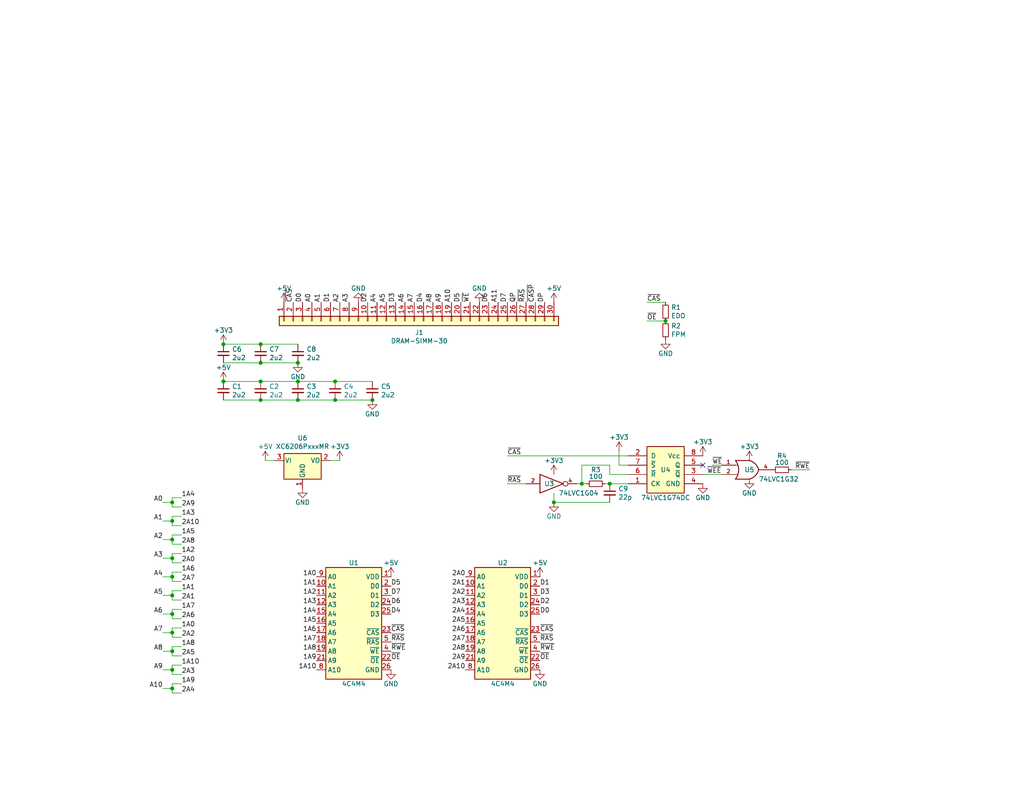
<source format=kicad_sch>
(kicad_sch (version 20211123) (generator eeschema)
  (paper "USLetter")
  (title_block (title "GW4194A") (date "2023-01-20") (rev "1.1") (company "Garrett's Workshop"))
  (lib_symbols
    (symbol "74xGxx:74AHCT1G04" (pin_names (offset 1.016))
      (property "Reference" "U" (at -2.54 3.81 0))
      (property "Value" "74AHCT1G04" (at 0 -3.81 0))
      (symbol "74AHCT1G04_0_1"
        (polyline (pts (xy -3.81 2.54) (xy -3.81 -2.54) (xy 2.54 0) (xy -3.81 2.54)) (stroke (width 0.254)))
      )
      (symbol "74AHCT1G04_1_1"
        (pin input line (at -7.62 0 0) (length 3.81) (name "~") (number "2"))
        (pin power_in line (at 0 -2.54 270) (length 0) hide (name "GND") (number "3"))
        (pin output inverted (at 6.35 0 180) (length 3.81) (name "~") (number "4"))
        (pin power_in line (at 0 2.54 90) (length 0) hide (name "VCC") (number "5"))
      )
    )
    (symbol "74xGxx:74AHCT1G32" (pin_names (offset 1.016))
      (property "Reference" "U" (at -2.54 3.81 0))
      (property "Value" "74AHCT1G32" (at 0 -3.81 0))
      (symbol "74AHCT1G32_0_1"
        (arc (start -3.81 -2.54) (mid -2.919 0) (end -3.81 2.54) (stroke (width 0.254)))
        (arc (start 0 -2.54) (mid 1.5993 -1.6027) (end 2.54 0) (stroke (width 0.254)))
        (polyline (pts (xy -3.81 -1.27) (xy -3.175 -1.27)))
        (polyline (pts (xy -3.81 1.27) (xy -3.175 1.27)))
        (polyline (pts (xy 0 -2.54) (xy -3.81 -2.54)) (stroke (width 0.254)) (fill (type background)))
        (polyline (pts (xy 0 2.54) (xy -3.81 2.54)) (stroke (width 0.254)) (fill (type background)))
        (arc (start 2.54 0) (mid 1.6119 1.6152) (end 0 2.54) (stroke (width 0.254)))
      )
      (symbol "74AHCT1G32_1_1"
        (pin input line (at -7.62 1.27 0) (length 3.81) (name "~") (number "1"))
        (pin input line (at -7.62 -1.27 0) (length 3.81) (name "~") (number "2"))
        (pin power_in line (at 0 -2.54 270) (length 0) hide (name "GND") (number "3"))
        (pin output line (at 6.35 0 180) (length 3.81) (name "~") (number "4"))
        (pin power_in line (at 0 2.54 90) (length 0) hide (name "VCC") (number "5"))
      )
    )
    (symbol "Connector_Generic:Conn_01x30" (pin_names (offset 1.016) hide)
      (property "Reference" "J" (at 0 38.1 0))
      (property "Value" "Conn_01x30" (at 0 -40.64 0))
      (symbol "Conn_01x30_1_1"
        (rectangle (start -1.27 -37.973) (end 0 -38.227) (stroke (width 0.1524)))
        (rectangle (start -1.27 -35.433) (end 0 -35.687) (stroke (width 0.1524)))
        (rectangle (start -1.27 -32.893) (end 0 -33.147) (stroke (width 0.1524)))
        (rectangle (start -1.27 -30.353) (end 0 -30.607) (stroke (width 0.1524)))
        (rectangle (start -1.27 -27.813) (end 0 -28.067) (stroke (width 0.1524)))
        (rectangle (start -1.27 -25.273) (end 0 -25.527) (stroke (width 0.1524)))
        (rectangle (start -1.27 -22.733) (end 0 -22.987) (stroke (width 0.1524)))
        (rectangle (start -1.27 -20.193) (end 0 -20.447) (stroke (width 0.1524)))
        (rectangle (start -1.27 -17.653) (end 0 -17.907) (stroke (width 0.1524)))
        (rectangle (start -1.27 -15.113) (end 0 -15.367) (stroke (width 0.1524)))
        (rectangle (start -1.27 -12.573) (end 0 -12.827) (stroke (width 0.1524)))
        (rectangle (start -1.27 -10.033) (end 0 -10.287) (stroke (width 0.1524)))
        (rectangle (start -1.27 -7.493) (end 0 -7.747) (stroke (width 0.1524)))
        (rectangle (start -1.27 -4.953) (end 0 -5.207) (stroke (width 0.1524)))
        (rectangle (start -1.27 -2.413) (end 0 -2.667) (stroke (width 0.1524)))
        (rectangle (start -1.27 0.127) (end 0 -0.127) (stroke (width 0.1524)))
        (rectangle (start -1.27 2.667) (end 0 2.413) (stroke (width 0.1524)))
        (rectangle (start -1.27 5.207) (end 0 4.953) (stroke (width 0.1524)))
        (rectangle (start -1.27 7.747) (end 0 7.493) (stroke (width 0.1524)))
        (rectangle (start -1.27 10.287) (end 0 10.033) (stroke (width 0.1524)))
        (rectangle (start -1.27 12.827) (end 0 12.573) (stroke (width 0.1524)))
        (rectangle (start -1.27 15.367) (end 0 15.113) (stroke (width 0.1524)))
        (rectangle (start -1.27 17.907) (end 0 17.653) (stroke (width 0.1524)))
        (rectangle (start -1.27 20.447) (end 0 20.193) (stroke (width 0.1524)))
        (rectangle (start -1.27 22.987) (end 0 22.733) (stroke (width 0.1524)))
        (rectangle (start -1.27 25.527) (end 0 25.273) (stroke (width 0.1524)))
        (rectangle (start -1.27 28.067) (end 0 27.813) (stroke (width 0.1524)))
        (rectangle (start -1.27 30.607) (end 0 30.353) (stroke (width 0.1524)))
        (rectangle (start -1.27 33.147) (end 0 32.893) (stroke (width 0.1524)))
        (rectangle (start -1.27 35.687) (end 0 35.433) (stroke (width 0.1524)))
        (rectangle (start -1.27 36.83) (end 1.27 -39.37) (stroke (width 0.254)) (fill (type background)))
        (pin passive line (at -5.08 35.56 0) (length 3.81) (name "Pin_1") (number "1"))
        (pin passive line (at -5.08 12.7 0) (length 3.81) (name "Pin_10") (number "10"))
        (pin passive line (at -5.08 10.16 0) (length 3.81) (name "Pin_11") (number "11"))
        (pin passive line (at -5.08 7.62 0) (length 3.81) (name "Pin_12") (number "12"))
        (pin passive line (at -5.08 5.08 0) (length 3.81) (name "Pin_13") (number "13"))
        (pin passive line (at -5.08 2.54 0) (length 3.81) (name "Pin_14") (number "14"))
        (pin passive line (at -5.08 0 0) (length 3.81) (name "Pin_15") (number "15"))
        (pin passive line (at -5.08 -2.54 0) (length 3.81) (name "Pin_16") (number "16"))
        (pin passive line (at -5.08 -5.08 0) (length 3.81) (name "Pin_17") (number "17"))
        (pin passive line (at -5.08 -7.62 0) (length 3.81) (name "Pin_18") (number "18"))
        (pin passive line (at -5.08 -10.16 0) (length 3.81) (name "Pin_19") (number "19"))
        (pin passive line (at -5.08 33.02 0) (length 3.81) (name "Pin_2") (number "2"))
        (pin passive line (at -5.08 -12.7 0) (length 3.81) (name "Pin_20") (number "20"))
        (pin passive line (at -5.08 -15.24 0) (length 3.81) (name "Pin_21") (number "21"))
        (pin passive line (at -5.08 -17.78 0) (length 3.81) (name "Pin_22") (number "22"))
        (pin passive line (at -5.08 -20.32 0) (length 3.81) (name "Pin_23") (number "23"))
        (pin passive line (at -5.08 -22.86 0) (length 3.81) (name "Pin_24") (number "24"))
        (pin passive line (at -5.08 -25.4 0) (length 3.81) (name "Pin_25") (number "25"))
        (pin passive line (at -5.08 -27.94 0) (length 3.81) (name "Pin_26") (number "26"))
        (pin passive line (at -5.08 -30.48 0) (length 3.81) (name "Pin_27") (number "27"))
        (pin passive line (at -5.08 -33.02 0) (length 3.81) (name "Pin_28") (number "28"))
        (pin passive line (at -5.08 -35.56 0) (length 3.81) (name "Pin_29") (number "29"))
        (pin passive line (at -5.08 30.48 0) (length 3.81) (name "Pin_3") (number "3"))
        (pin passive line (at -5.08 -38.1 0) (length 3.81) (name "Pin_30") (number "30"))
        (pin passive line (at -5.08 27.94 0) (length 3.81) (name "Pin_4") (number "4"))
        (pin passive line (at -5.08 25.4 0) (length 3.81) (name "Pin_5") (number "5"))
        (pin passive line (at -5.08 22.86 0) (length 3.81) (name "Pin_6") (number "6"))
        (pin passive line (at -5.08 20.32 0) (length 3.81) (name "Pin_7") (number "7"))
        (pin passive line (at -5.08 17.78 0) (length 3.81) (name "Pin_8") (number "8"))
        (pin passive line (at -5.08 15.24 0) (length 3.81) (name "Pin_9") (number "9"))
      )
    )
    (symbol "Device:C_Small" (pin_numbers hide) (pin_names (offset 0.254) hide)
      (property "Reference" "C" (at 0.254 1.778 0))
      (property "Value" "C_Small" (at 0.254 -2.032 0))
      (symbol "C_Small_0_1"
        (polyline (pts (xy -1.524 -0.508) (xy 1.524 -0.508)) (stroke (width 0.3302)))
        (polyline (pts (xy -1.524 0.508) (xy 1.524 0.508)) (stroke (width 0.3048)))
      )
      (symbol "C_Small_1_1"
        (pin passive line (at 0 2.54 270) (length 2.032) (name "~") (number "1"))
        (pin passive line (at 0 -2.54 90) (length 2.032) (name "~") (number "2"))
      )
    )
    (symbol "Device:R_Small" (pin_numbers hide) (pin_names (offset 0.254) hide)
      (property "Reference" "R" (at 0.762 0.508 0))
      (property "Value" "R_Small" (at 0.762 -1.016 0))
      (symbol "R_Small_0_1"
        (rectangle (start -0.762 1.778) (end 0.762 -1.778) (stroke (width 0.2032)))
      )
      (symbol "R_Small_1_1"
        (pin passive line (at 0 2.54 270) (length 0.762) (name "~") (number "1"))
        (pin passive line (at 0 -2.54 90) (length 0.762) (name "~") (number "2"))
      )
    )
    (symbol "GW_Logic:741G74DC" (pin_names (offset 1.016))
      (property "Reference" "U" (at 0 7.62 0))
      (property "Value" "GW_Logic_741G74DC" (at 0 -7.62 0))
      (symbol "741G74DC_0_1"
        (rectangle (start 5.08 -6.35) (end -5.08 6.35) (stroke (width 0.254)) (fill (type background)))
      )
      (symbol "741G74DC_1_1"
        (pin input line (at -10.16 -3.81 0) (length 5.08) (name "CK") (number "1"))
        (pin input line (at -10.16 3.81 0) (length 5.08) (name "D") (number "2"))
        (pin output line (at 10.16 -1.27 180) (length 5.08) (name "~{Q}") (number "3"))
        (pin power_in line (at 10.16 -3.81 180) (length 5.08) (name "GND") (number "4"))
        (pin output line (at 10.16 1.27 180) (length 5.08) (name "Q") (number "5"))
        (pin input line (at -10.16 -1.27 0) (length 5.08) (name "~{R}") (number "6"))
        (pin input line (at -10.16 1.27 0) (length 5.08) (name "~{S}") (number "7"))
        (pin power_in line (at 10.16 3.81 180) (length 5.08) (name "Vcc") (number "8"))
      )
    )
    (symbol "GW_RAM:DRAM-4Mx4-SOP-24"
      (property "Reference" "U" (at 0 16.51 0))
      (property "Value" "GW_RAM_DRAM-4Mx4-SOP-24" (at 0 0 90))
      (symbol "DRAM-4Mx4-SOP-24_0_1"
        (rectangle (start -7.62 15.24) (end 7.62 -15.24) (stroke (width 0.254)) (fill (type background)))
      )
      (symbol "DRAM-4Mx4-SOP-24_1_1"
        (pin power_in line (at 10.16 12.7 180) (length 2.54) (name "VDD") (number "1"))
        (pin input line (at -10.16 10.16 0) (length 2.54) (name "A1") (number "10"))
        (pin input line (at -10.16 7.62 0) (length 2.54) (name "A2") (number "11"))
        (pin input line (at -10.16 5.08 0) (length 2.54) (name "A3") (number "12"))
        (pin power_in line (at 10.16 12.7 180) (length 2.54) hide (name "VDD") (number "13"))
        (pin power_in line (at 10.16 -12.7 180) (length 2.54) hide (name "GND") (number "14"))
        (pin input line (at -10.16 2.54 0) (length 2.54) (name "A4") (number "15"))
        (pin input line (at -10.16 0 0) (length 2.54) (name "A5") (number "16"))
        (pin input line (at -10.16 -2.54 0) (length 2.54) (name "A6") (number "17"))
        (pin input line (at -10.16 -5.08 0) (length 2.54) (name "A7") (number "18"))
        (pin input line (at -10.16 -7.62 0) (length 2.54) (name "A8") (number "19"))
        (pin bidirectional line (at 10.16 10.16 180) (length 2.54) (name "D0") (number "2"))
        (pin no_connect line (at 10.16 0 180) (length 2.54) hide (name "NC") (number "20"))
        (pin input line (at -10.16 -10.16 0) (length 2.54) (name "A9") (number "21"))
        (pin input line (at 10.16 -10.16 180) (length 2.54) (name "~{OE}") (number "22"))
        (pin input line (at 10.16 -2.54 180) (length 2.54) (name "~{CAS}") (number "23"))
        (pin bidirectional line (at 10.16 5.08 180) (length 2.54) (name "D2") (number "24"))
        (pin bidirectional line (at 10.16 2.54 180) (length 2.54) (name "D3") (number "25"))
        (pin power_in line (at 10.16 -12.7 180) (length 2.54) (name "GND") (number "26"))
        (pin bidirectional line (at 10.16 7.62 180) (length 2.54) (name "D1") (number "3"))
        (pin input line (at 10.16 -7.62 180) (length 2.54) (name "~{WE}") (number "4"))
        (pin input line (at 10.16 -5.08 180) (length 2.54) (name "~{RAS}") (number "5"))
        (pin no_connect line (at 10.16 0 180) (length 2.54) hide (name "NC") (number "7"))
        (pin input line (at -10.16 -12.7 0) (length 2.54) (name "A10") (number "8"))
        (pin input line (at -10.16 12.7 0) (length 2.54) (name "A0") (number "9"))
      )
    )
    (symbol "Regulator_Linear:XC6206PxxxMR" (pin_names (offset 0.254))
      (property "Reference" "U" (at -3.81 3.175 0))
      (property "Value" "XC6206PxxxMR" (at 0 3.175 0))
      (symbol "XC6206PxxxMR_0_1"
        (rectangle (start -5.08 1.905) (end 5.08 -5.08) (stroke (width 0.254)) (fill (type background)))
      )
      (symbol "XC6206PxxxMR_1_1"
        (pin power_in line (at 0 -7.62 90) (length 2.54) (name "GND") (number "1"))
        (pin power_out line (at 7.62 0 180) (length 2.54) (name "VO") (number "2"))
        (pin power_in line (at -7.62 0 0) (length 2.54) (name "VI") (number "3"))
      )
    )
    (symbol "power:+3V3" (power) (pin_names (offset 0))
      (property "Value" "+3V3" (at 0 3.556 0))
      (symbol "+3V3_0_1"
        (polyline (pts (xy -0.762 1.27) (xy 0 2.54)))
        (polyline (pts (xy 0 0) (xy 0 2.54)))
        (polyline (pts (xy 0 2.54) (xy 0.762 1.27)))
      )
      (symbol "+3V3_1_1"
        (pin power_in line (at 0 0 90) (length 0) hide (name "+3V3") (number "1"))
      )
    )
    (symbol "power:+5V" (power) (pin_names (offset 0))
      (property "Value" "+5V" (at 0 3.556 0))
      (symbol "+5V_0_1"
        (polyline (pts (xy -0.762 1.27) (xy 0 2.54)))
        (polyline (pts (xy 0 0) (xy 0 2.54)))
        (polyline (pts (xy 0 2.54) (xy 0.762 1.27)))
      )
      (symbol "+5V_1_1"
        (pin power_in line (at 0 0 90) (length 0) hide (name "+5V") (number "1"))
      )
    )
    (symbol "power:GND" (power) (pin_names (offset 0))
      (property "Value" "GND" (at 0 -3.81 0))
      (symbol "GND_0_1"
        (polyline (pts (xy 0 0) (xy 0 -1.27) (xy 1.27 -1.27) (xy 0 -2.54) (xy -1.27 -1.27) (xy 0 -1.27)))
      )
      (symbol "GND_1_1"
        (pin power_in line (at 0 0 270) (length 0) hide (name "GND") (number "1"))
      )
    )
  )
  (junction (at 46.99 162.56))
  (junction (at 81.28 109.22))
  (junction (at 46.99 142.24))
  (junction (at 60.96 104.14))
  (junction (at 91.44 109.22))
  (junction (at 151.13 137.16))
  (junction (at 158.75 132.08))
  (junction (at 71.12 104.14))
  (junction (at 71.12 93.98))
  (junction (at 46.99 157.48))
  (junction (at 46.99 182.88))
  (junction (at 71.12 109.22))
  (junction (at 166.37 132.08))
  (junction (at 71.12 99.06))
  (junction (at 81.28 99.06))
  (junction (at 46.99 152.4))
  (junction (at 101.6 109.22))
  (junction (at 46.99 167.64))
  (junction (at 60.96 93.98))
  (junction (at 46.99 177.8))
  (junction (at 46.99 147.32))
  (junction (at 91.44 104.14))
  (junction (at 46.99 187.96))
  (junction (at 81.28 104.14))
  (junction (at 46.99 172.72))
  (junction (at 181.61 87.63))
  (junction (at 46.99 137.16))
  (no_connect (at 191.77 127))
  (wire (pts (xy 194.31 127) (xy 196.85 127)))
  (wire (pts (xy 81.28 99.06) (xy 71.12 99.06)))
  (wire (pts (xy 46.99 172.72) (xy 46.99 173.99)))
  (wire (pts (xy 220.98 128.27) (xy 215.9 128.27)))
  (wire (pts (xy 44.45 177.8) (xy 46.99 177.8)))
  (wire (pts (xy 46.99 156.21) (xy 49.53 156.21)))
  (wire (pts (xy 91.44 104.14) (xy 81.28 104.14)))
  (wire (pts (xy 44.45 137.16) (xy 46.99 137.16)))
  (wire (pts (xy 46.99 181.61) (xy 49.53 181.61)))
  (wire (pts (xy 46.99 135.89) (xy 49.53 135.89)))
  (wire (pts (xy 168.91 127) (xy 171.45 127)))
  (wire (pts (xy 46.99 186.69) (xy 49.53 186.69)))
  (wire (pts (xy 46.99 157.48) (xy 46.99 158.75)))
  (wire (pts (xy 46.99 146.05) (xy 49.53 146.05)))
  (wire (pts (xy 90.17 125.73) (xy 92.71 125.73)))
  (wire (pts (xy 46.99 140.97) (xy 49.53 140.97)))
  (wire (pts (xy 101.6 104.14) (xy 91.44 104.14)))
  (wire (pts (xy 46.99 177.8) (xy 46.99 176.53)))
  (wire (pts (xy 46.99 138.43) (xy 49.53 138.43)))
  (wire (pts (xy 46.99 172.72) (xy 46.99 171.45)))
  (wire (pts (xy 46.99 157.48) (xy 46.99 156.21)))
  (wire (pts (xy 44.45 162.56) (xy 46.99 162.56)))
  (wire (pts (xy 46.99 173.99) (xy 49.53 173.99)))
  (wire (pts (xy 158.75 132.08) (xy 158.75 127)))
  (wire (pts (xy 46.99 163.83) (xy 49.53 163.83)))
  (wire (pts (xy 46.99 147.32) (xy 46.99 146.05)))
  (wire (pts (xy 166.37 132.08) (xy 171.45 132.08)))
  (wire (pts (xy 71.12 93.98) (xy 81.28 93.98)))
  (wire (pts (xy 71.12 99.06) (xy 60.96 99.06)))
  (wire (pts (xy 44.45 152.4) (xy 46.99 152.4)))
  (wire (pts (xy 46.99 151.13) (xy 49.53 151.13)))
  (wire (pts (xy 181.61 87.63) (xy 176.53 87.63)))
  (wire (pts (xy 46.99 177.8) (xy 46.99 179.07)))
  (wire (pts (xy 46.99 142.24) (xy 46.99 140.97)))
  (wire (pts (xy 138.43 124.46) (xy 171.45 124.46)))
  (wire (pts (xy 46.99 142.24) (xy 46.99 143.51)))
  (wire (pts (xy 46.99 168.91) (xy 49.53 168.91)))
  (wire (pts (xy 46.99 171.45) (xy 49.53 171.45)))
  (wire (pts (xy 46.99 161.29) (xy 49.53 161.29)))
  (wire (pts (xy 44.45 187.96) (xy 46.99 187.96)))
  (wire (pts (xy 44.45 147.32) (xy 46.99 147.32)))
  (wire (pts (xy 151.13 134.62) (xy 151.13 137.16)))
  (wire (pts (xy 158.75 127) (xy 166.37 127)))
  (wire (pts (xy 46.99 162.56) (xy 46.99 161.29)))
  (wire (pts (xy 46.99 182.88) (xy 46.99 184.15)))
  (wire (pts (xy 46.99 167.64) (xy 46.99 166.37)))
  (wire (pts (xy 71.12 109.22) (xy 81.28 109.22)))
  (wire (pts (xy 60.96 93.98) (xy 71.12 93.98)))
  (wire (pts (xy 176.53 82.55) (xy 181.61 82.55)))
  (wire (pts (xy 191.77 129.54) (xy 196.85 129.54)))
  (wire (pts (xy 44.45 157.48) (xy 46.99 157.48)))
  (wire (pts (xy 166.37 129.54) (xy 166.37 127)))
  (wire (pts (xy 157.48 132.08) (xy 158.75 132.08)))
  (wire (pts (xy 46.99 147.32) (xy 46.99 148.59)))
  (wire (pts (xy 81.28 109.22) (xy 91.44 109.22)))
  (wire (pts (xy 46.99 152.4) (xy 46.99 153.67)))
  (wire (pts (xy 46.99 158.75) (xy 49.53 158.75)))
  (wire (pts (xy 91.44 109.22) (xy 101.6 109.22)))
  (wire (pts (xy 46.99 166.37) (xy 49.53 166.37)))
  (wire (pts (xy 46.99 179.07) (xy 49.53 179.07)))
  (wire (pts (xy 46.99 143.51) (xy 49.53 143.51)))
  (wire (pts (xy 46.99 184.15) (xy 49.53 184.15)))
  (wire (pts (xy 165.1 132.08) (xy 166.37 132.08)))
  (wire (pts (xy 46.99 153.67) (xy 49.53 153.67)))
  (wire (pts (xy 44.45 172.72) (xy 46.99 172.72)))
  (wire (pts (xy 60.96 104.14) (xy 71.12 104.14)))
  (wire (pts (xy 71.12 109.22) (xy 60.96 109.22)))
  (wire (pts (xy 168.91 123.19) (xy 168.91 127)))
  (wire (pts (xy 46.99 182.88) (xy 46.99 181.61)))
  (wire (pts (xy 46.99 152.4) (xy 46.99 151.13)))
  (wire (pts (xy 44.45 167.64) (xy 46.99 167.64)))
  (wire (pts (xy 44.45 142.24) (xy 46.99 142.24)))
  (wire (pts (xy 151.13 137.16) (xy 166.37 137.16)))
  (wire (pts (xy 46.99 137.16) (xy 46.99 135.89)))
  (wire (pts (xy 46.99 162.56) (xy 46.99 163.83)))
  (wire (pts (xy 46.99 176.53) (xy 49.53 176.53)))
  (wire (pts (xy 46.99 189.23) (xy 49.53 189.23)))
  (wire (pts (xy 46.99 137.16) (xy 46.99 138.43)))
  (wire (pts (xy 46.99 148.59) (xy 49.53 148.59)))
  (wire (pts (xy 44.45 182.88) (xy 46.99 182.88)))
  (wire (pts (xy 138.43 132.08) (xy 143.51 132.08)))
  (wire (pts (xy 74.93 125.73) (xy 72.39 125.73)))
  (wire (pts (xy 81.28 104.14) (xy 71.12 104.14)))
  (wire (pts (xy 160.02 132.08) (xy 158.75 132.08)))
  (wire (pts (xy 46.99 187.96) (xy 46.99 186.69)))
  (wire (pts (xy 171.45 129.54) (xy 166.37 129.54)))
  (wire (pts (xy 46.99 187.96) (xy 46.99 189.23)))
  (wire (pts (xy 46.99 167.64) (xy 46.99 168.91)))
  (label "D0" (at 82.55 82.55 90))
  (label "1A2" (at 86.36 162.56 180))
  (label "A10" (at 44.45 187.96 180))
  (label "A6" (at 110.49 82.55 90))
  (label "A5" (at 105.41 82.55 90))
  (label "2A3" (at 49.53 184.15 0))
  (label "1A0" (at 49.53 171.45 0))
  (label "~{OE}" (at 176.53 87.63 0))
  (label "1A3" (at 49.53 140.97 0))
  (label "2A4" (at 127 167.64 180))
  (label "~{RAS}" (at 106.68 175.26 0))
  (label "D2" (at 100.33 82.55 90))
  (label "~{CASP}" (at 146.05 82.55 90))
  (label "A8" (at 118.11 82.55 90))
  (label "2A10" (at 49.53 143.51 0))
  (label "~{RWE}" (at 106.68 177.8 0))
  (label "A7" (at 113.03 82.55 90))
  (label "D3" (at 107.95 82.55 90))
  (label "D5" (at 125.73 82.55 90))
  (label "~{OE}" (at 106.68 180.34 0))
  (label "D6" (at 106.68 165.1 0))
  (label "D7" (at 138.43 82.55 90))
  (label "A4" (at 102.87 82.55 90))
  (label "1A6" (at 86.36 172.72 180))
  (label "D1" (at 147.32 160.02 0))
  (label "1A0" (at 86.36 157.48 180))
  (label "A6" (at 44.45 167.64 180))
  (label "~{WE}" (at 128.27 82.55 90))
  (label "A5" (at 44.45 162.56 180))
  (label "A3" (at 95.25 82.55 90))
  (label "2A7" (at 127 175.26 180))
  (label "~{WE}" (at 194.31 127 0))
  (label "A3" (at 44.45 152.4 180))
  (label "1A9" (at 86.36 180.34 180))
  (label "2A4" (at 49.53 189.23 0))
  (label "2A5" (at 49.53 179.07 0))
  (label "D6" (at 133.35 82.55 90))
  (label "~{RAS}" (at 143.51 82.55 90))
  (label "2A2" (at 49.53 173.99 0))
  (label "A2" (at 92.71 82.55 90))
  (label "A8" (at 44.45 177.8 180))
  (label "A0" (at 44.45 137.16 180))
  (label "2A0" (at 49.53 153.67 0))
  (label "D2" (at 147.32 165.1 0))
  (label "2A7" (at 49.53 158.75 0))
  (label "~{RAS}" (at 138.43 132.08 0))
  (label "1A6" (at 49.53 156.21 0))
  (label "A7" (at 44.45 172.72 180))
  (label "1A5" (at 86.36 170.18 180))
  (label "2A9" (at 127 180.34 180))
  (label "1A3" (at 86.36 165.1 180))
  (label "~{OE}" (at 147.32 180.34 0))
  (label "~{RWE}" (at 220.98 128.27 180))
  (label "A10" (at 123.19 82.55 90))
  (label "D5" (at 106.68 160.02 0))
  (label "~{RWE}" (at 147.32 177.8 0))
  (label "2A6" (at 49.53 168.91 0))
  (label "1A9" (at 49.53 186.69 0))
  (label "A9" (at 44.45 182.88 180))
  (label "1A8" (at 86.36 177.8 180))
  (label "2A9" (at 49.53 138.43 0))
  (label "A4" (at 44.45 157.48 180))
  (label "~{WEE}" (at 196.85 129.54 180))
  (label "~{RAS}" (at 147.32 175.26 0))
  (label "2A1" (at 49.53 163.83 0))
  (label "1A7" (at 86.36 175.26 180))
  (label "A9" (at 120.65 82.55 90))
  (label "1A1" (at 86.36 160.02 180))
  (label "~{CAS}" (at 80.01 82.55 90))
  (label "2A8" (at 127 177.8 180))
  (label "A1" (at 44.45 142.24 180))
  (label "~{CAS}" (at 106.68 172.72 0))
  (label "2A0" (at 127 157.48 180))
  (label "D3" (at 147.32 162.56 0))
  (label "1A1" (at 49.53 161.29 0))
  (label "2A10" (at 127 182.88 180))
  (label "2A6" (at 127 172.72 180))
  (label "~{CAS}" (at 176.53 82.55 0))
  (label "A1" (at 87.63 82.55 90))
  (label "QP" (at 140.97 82.55 90))
  (label "DP" (at 148.59 82.55 90))
  (label "1A4" (at 86.36 167.64 180))
  (label "2A5" (at 127 170.18 180))
  (label "2A8" (at 49.53 148.59 0))
  (label "1A8" (at 49.53 176.53 0))
  (label "A0" (at 85.09 82.55 90))
  (label "D0" (at 147.32 167.64 0))
  (label "2A2" (at 127 162.56 180))
  (label "2A3" (at 127 165.1 180))
  (label "D7" (at 106.68 162.56 0))
  (label "2A1" (at 127 160.02 180))
  (label "A2" (at 44.45 147.32 180))
  (label "~{CAS}" (at 147.32 172.72 0))
  (label "1A4" (at 49.53 135.89 0))
  (label "D4" (at 106.68 167.64 0))
  (label "~{CAS}" (at 138.43 124.46 0))
  (label "1A5" (at 49.53 146.05 0))
  (label "1A2" (at 49.53 151.13 0))
  (label "1A10" (at 86.36 182.88 180))
  (label "D1" (at 90.17 82.55 90))
  (label "A11" (at 135.89 82.55 90))
  (label "D4" (at 115.57 82.55 90))
  (label "1A10" (at 49.53 181.61 0))
  (label "1A7" (at 49.53 166.37 0))
  (symbol (lib_id "Connector_Generic:Conn_01x30") (at 113.03 87.63 90) (mirror x) (unit 1)
    (property "Reference" "J1" (at 114.4016 90.7796 90))
    (property "Value" "DRAM-SIMM-30" (at 114.4016 93.091 90))
    (property "Footprint" "stdpads:SIMM-30_Edge" (effects hide))
  )
  (symbol (lib_id "power:+5V") (at 151.13 82.55 0) (unit 1)
    (property "Reference" "#PWR0101" (effects hide))
    (property "Value" "+5V" (at 151.13 78.74 0))
  )
  (symbol (lib_id "power:+5V") (at 77.47 82.55 0) (unit 1)
    (property "Reference" "#PWR0102" (effects hide))
    (property "Value" "+5V" (at 77.47 78.74 0))
  )
  (symbol (lib_id "power:GND") (at 130.81 82.55 180) (unit 1)
    (property "Reference" "#PWR0103" (effects hide))
    (property "Value" "GND" (at 130.81 78.74 0))
  )
  (symbol (lib_id "power:GND") (at 97.79 82.55 180) (unit 1)
    (property "Reference" "#PWR0104" (effects hide))
    (property "Value" "GND" (at 97.79 78.74 0))
  )
  (symbol (lib_id "Device:C_Small") (at 60.96 106.68 0) (unit 1)
    (property "Reference" "C1" (at 63.2968 105.5116 0) (effects (justify left)))
    (property "Value" "2u2" (at 63.2968 107.823 0) (effects (justify left)))
    (property "Footprint" "stdpads:C_0805" (effects hide))
  )
  (symbol (lib_id "Device:C_Small") (at 71.12 106.68 0) (unit 1)
    (property "Reference" "C2" (at 73.4568 105.5116 0) (effects (justify left)))
    (property "Value" "2u2" (at 73.4568 107.823 0) (effects (justify left)))
    (property "Footprint" "stdpads:C_0805" (effects hide))
  )
  (symbol (lib_id "power:+5V") (at 60.96 104.14 0) (unit 1)
    (property "Reference" "#PWR0113" (effects hide))
    (property "Value" "+5V" (at 60.96 100.33 0))
  )
  (symbol (lib_id "Device:C_Small") (at 81.28 106.68 0) (unit 1)
    (property "Reference" "C3" (at 83.6168 105.5116 0) (effects (justify left)))
    (property "Value" "2u2" (at 83.6168 107.823 0) (effects (justify left)))
    (property "Footprint" "stdpads:C_0805" (effects hide))
  )
  (symbol (lib_id "Device:C_Small") (at 91.44 106.68 0) (unit 1)
    (property "Reference" "C4" (at 93.7768 105.5116 0) (effects (justify left)))
    (property "Value" "2u2" (at 93.7768 107.823 0) (effects (justify left)))
    (property "Footprint" "stdpads:C_0805" (effects hide))
  )
  (symbol (lib_id "GW_RAM:DRAM-4Mx4-SOP-24") (at 96.52 170.18 0) (unit 1)
    (property "Reference" "U1" (at 96.52 153.67 0))
    (property "Value" "4C4M4" (at 96.52 186.69 0))
    (property "Footprint" "stdpads:SOJ-24-26_300mil" (effects hide))
    (property "Datasheet" "https://www.alliancememory.com/wp-content/uploads/pdf/AS6C8008.pdf" (effects hide))
  )
  (symbol (lib_id "power:GND") (at 106.68 182.88 0) (unit 1)
    (property "Reference" "#PWR0105" (effects hide))
    (property "Value" "GND" (at 106.68 186.69 0))
  )
  (symbol (lib_id "power:+5V") (at 106.68 157.48 0) (unit 1)
    (property "Reference" "#PWR0106" (effects hide))
    (property "Value" "+5V" (at 106.68 153.67 0))
  )
  (symbol (lib_id "GW_RAM:DRAM-4Mx4-SOP-24") (at 137.16 170.18 0) (unit 1)
    (property "Reference" "U2" (at 137.16 153.67 0))
    (property "Value" "4C4M4" (at 137.16 186.69 0))
    (property "Footprint" "stdpads:SOJ-24-26_300mil" (effects hide))
    (property "Datasheet" "https://www.alliancememory.com/wp-content/uploads/pdf/AS6C8008.pdf" (effects hide))
  )
  (symbol (lib_id "power:GND") (at 147.32 182.88 0) (unit 1)
    (property "Reference" "#PWR0108" (effects hide))
    (property "Value" "GND" (at 147.32 186.69 0))
  )
  (symbol (lib_id "power:+5V") (at 147.32 157.48 0) (unit 1)
    (property "Reference" "#PWR0109" (effects hide))
    (property "Value" "+5V" (at 147.32 153.67 0))
  )
  (symbol (lib_id "power:GND") (at 101.6 109.22 0) (unit 1)
    (property "Reference" "#PWR0110" (effects hide))
    (property "Value" "GND" (at 101.6 113.03 0))
  )
  (symbol (lib_id "Device:C_Small") (at 101.6 106.68 0) (unit 1)
    (property "Reference" "C5" (at 103.9368 105.5116 0) (effects (justify left)))
    (property "Value" "2u2" (at 103.9368 107.823 0) (effects (justify left)))
    (property "Footprint" "stdpads:C_0805" (effects hide))
  )
  (symbol (lib_id "GW_Logic:741G74DC") (at 181.61 128.27 0) (unit 1)
    (property "Reference" "U4" (at 181.61 128.27 0))
    (property "Value" "74LVC1G74DC" (at 181.61 135.89 0))
    (property "Footprint" "stdpads:NXP_VSSOP-8_2.3x2mm_Big" (effects hide))
  )
  (symbol (lib_id "power:GND") (at 191.77 132.08 0) (unit 1)
    (property "Reference" "#PWR0107" (effects hide))
    (property "Value" "GND" (at 191.77 135.89 0))
  )
  (symbol (lib_id "Device:R_Small") (at 181.61 90.17 0) (unit 1)
    (property "Reference" "R2" (at 183.1086 89.0016 0) (effects (justify left)))
    (property "Value" "FPM" (at 183.1086 91.313 0) (effects (justify left)))
    (property "Footprint" "stdpads:R_0805" (effects hide))
  )
  (symbol (lib_id "Device:R_Small") (at 181.61 85.09 0) (unit 1)
    (property "Reference" "R1" (at 183.1086 83.9216 0) (effects (justify left)))
    (property "Value" "EDO" (at 183.1086 86.233 0) (effects (justify left)))
    (property "Footprint" "stdpads:R_0805" (effects hide))
  )
  (symbol (lib_id "power:GND") (at 181.61 92.71 0) (unit 1)
    (property "Reference" "#PWR0115" (effects hide))
    (property "Value" "GND" (at 181.61 96.52 0))
  )
  (symbol (lib_id "74xGxx:74AHCT1G32") (at 204.47 128.27 0) (unit 1)
    (property "Reference" "U5" (at 204.47 128.27 0))
    (property "Value" "74LVC1G32" (at 207.01 130.81 0) (effects (justify left)))
    (property "Footprint" "stdpads:SOT-353" (effects hide))
    (property "Datasheet" "http://www.ti.com/lit/sg/scyt129e/scyt129e.pdf" (effects hide))
  )
  (symbol (lib_id "power:GND") (at 204.47 130.81 0) (unit 1)
    (property "Reference" "#PWR0118" (effects hide))
    (property "Value" "GND" (at 204.47 134.62 0))
  )
  (symbol (lib_id "Regulator_Linear:XC6206PxxxMR") (at 82.55 125.73 0) (unit 1)
    (property "Reference" "U6" (at 82.55 119.5832 0))
    (property "Value" "XC6206PxxxMR" (at 82.55 121.8946 0))
    (property "Footprint" "stdpads:SOT-23" (effects hide))
    (property "Datasheet" "https://www.torexsemi.com/file/xc6206/XC6206.pdf" (effects hide))
  )
  (symbol (lib_id "power:GND") (at 82.55 133.35 0) (unit 1)
    (property "Reference" "#PWR0119" (effects hide))
    (property "Value" "GND" (at 82.55 137.16 0))
  )
  (symbol (lib_id "Device:C_Small") (at 60.96 96.52 0) (unit 1)
    (property "Reference" "C6" (at 63.2968 95.3516 0) (effects (justify left)))
    (property "Value" "2u2" (at 63.2968 97.663 0) (effects (justify left)))
    (property "Footprint" "stdpads:C_0805" (effects hide))
  )
  (symbol (lib_id "Device:C_Small") (at 71.12 96.52 0) (unit 1)
    (property "Reference" "C7" (at 73.4568 95.3516 0) (effects (justify left)))
    (property "Value" "2u2" (at 73.4568 97.663 0) (effects (justify left)))
    (property "Footprint" "stdpads:C_0805" (effects hide))
  )
  (symbol (lib_id "power:+3V3") (at 60.96 93.98 0) (unit 1)
    (property "Reference" "#PWR0121" (effects hide))
    (property "Value" "+3V3" (at 60.96 90.17 0))
  )
  (symbol (lib_id "power:+5V") (at 72.39 125.73 0) (unit 1)
    (property "Reference" "#PWR0122" (effects hide))
    (property "Value" "+5V" (at 72.39 121.92 0))
  )
  (symbol (lib_id "power:+3V3") (at 92.71 125.73 0) (unit 1)
    (property "Reference" "#PWR0123" (effects hide))
    (property "Value" "+3V3" (at 92.71 121.92 0))
  )
  (symbol (lib_id "power:+3V3") (at 191.77 124.46 0) (unit 1)
    (property "Reference" "#PWR0114" (effects hide))
    (property "Value" "+3V3" (at 191.77 120.65 0))
  )
  (symbol (lib_id "power:+3V3") (at 204.47 125.73 0) (unit 1)
    (property "Reference" "#PWR0117" (effects hide))
    (property "Value" "+3V3" (at 204.47 121.92 0))
  )
  (symbol (lib_id "Device:C_Small") (at 81.28 96.52 0) (unit 1)
    (property "Reference" "C8" (at 83.6168 95.3516 0) (effects (justify left)))
    (property "Value" "2u2" (at 83.6168 97.663 0) (effects (justify left)))
    (property "Footprint" "stdpads:C_0805" (effects hide))
  )
  (symbol (lib_id "power:GND") (at 81.28 99.06 0) (unit 1)
    (property "Reference" "#PWR0120" (effects hide))
    (property "Value" "GND" (at 81.28 102.87 0))
  )
  (symbol (lib_id "power:+3V3") (at 168.91 123.19 0) (unit 1)
    (property "Reference" "#PWR0111" (effects hide))
    (property "Value" "+3V3" (at 168.91 119.38 0))
  )
  (symbol (lib_id "Device:C_Small") (at 166.37 134.62 0) (unit 1)
    (property "Reference" "C9" (at 168.7068 133.4516 0) (effects (justify left)))
    (property "Value" "22p" (at 168.7068 135.763 0) (effects (justify left)))
    (property "Footprint" "stdpads:C_0805" (effects hide))
  )
  (symbol (lib_id "Device:R_Small") (at 162.56 132.08 270) (unit 1)
    (property "Reference" "R3" (at 162.56 128.27 90))
    (property "Value" "100" (at 162.56 130.81 90) (effects (justify bottom)))
    (property "Footprint" "stdpads:R_0805" (effects hide))
  )
  (symbol (lib_id "74xGxx:74AHCT1G04") (at 151.13 132.08 0) (unit 1)
    (property "Reference" "U3" (at 149.86 132.08 0))
    (property "Value" "74LVC1G04" (at 152.4 134.62 0) (effects (justify left)))
    (property "Footprint" "stdpads:SOT-353" (effects hide))
    (property "Datasheet" "http://www.ti.com/lit/sg/scyt129e/scyt129e.pdf" (effects hide))
  )
  (symbol (lib_id "power:GND") (at 151.13 137.16 0) (unit 1)
    (property "Reference" "#PWR0112" (effects hide))
    (property "Value" "GND" (at 151.13 140.97 0))
  )
  (symbol (lib_id "power:+3V3") (at 151.13 129.54 0) (unit 1)
    (property "Reference" "#PWR0116" (effects hide))
    (property "Value" "+3V3" (at 151.13 125.73 0))
  )
  (symbol (lib_id "Device:R_Small") (at 213.36 128.27 270) (unit 1)
    (property "Reference" "R4" (at 213.36 124.46 90))
    (property "Value" "100" (at 213.36 127 90) (effects (justify bottom)))
    (property "Footprint" "stdpads:R_0805" (effects hide))
  )
)
</source>
